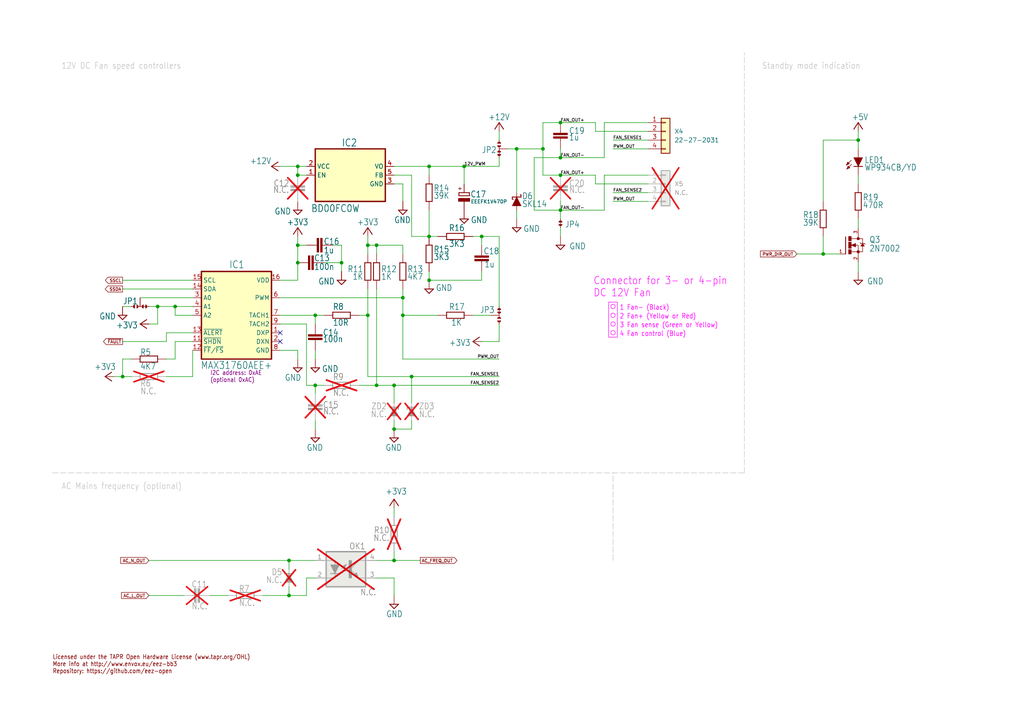
<source format=kicad_sch>
(kicad_sch (version 20230121) (generator eeschema)
  (paper "A4")
  (title_block (title "EEZ DIB AUX-PS") (date "2024-01-02") (rev "r3B7") (company "Envox d.o.o.") (comment 1 "https://www.envox.eu/eez-bb3"))
  (lib_symbols
    (symbol "Connector_Generic:Conn_01x04" (pin_names (offset 1.016) hide)
      (property "Reference" "J" (at 0 5.08 0))
      (property "Value" "Conn_01x04" (at 0 -7.62 0))
      (symbol "Conn_01x04_1_1"
        (pin passive line (at -5.08 2.54 0) (length 3.81) (name "Pin_1") (number "1"))
        (pin passive line (at -5.08 0 0) (length 3.81) (name "Pin_2") (number "2"))
        (pin passive line (at -5.08 -2.54 0) (length 3.81) (name "Pin_3") (number "3"))
        (pin passive line (at -5.08 -5.08 0) (length 3.81) (name "Pin_4") (number "4"))
      )
    )
    (symbol "PCM_EEZ_ICs:BD00FC0W"
      (property "Reference" "IC" (at -5.08 8.255 0))
      (property "Value" "BD00FC0WFP-E2" (at -5.08 -10.795 0))
      (symbol "BD00FC0W_1_0"
        (pin passive line (at -12.7 0 0) (length 2.54) (name "EN") (number "1"))
        (pin passive line (at -12.7 2.54 0) (length 2.54) (name "VCC") (number "2"))
        (pin passive line (at 12.7 -2.54 180) (length 2.54) (name "GND") (number "3"))
        (pin output line (at 12.7 2.54 180) (length 2.54) (name "VO") (number "4"))
        (pin passive line (at 12.7 0 180) (length 2.54) (name "FB") (number "5"))
      )
    )
    (symbol "PCM_EEZ_ICs:MAX31760AEE+"
      (property "Reference" "IC" (at -4.7244 14.1986 0))
      (property "Value" "MAX31760AEE+" (at -5.3594 -16.2814 0))
      (symbol "MAX31760AEE+_1_0"
        (pin input line (at 12.7 -5.08 180) (length 2.54) (name "DXP") (number "1"))
        (pin no_connect line (at 12.7 2.54 180) (length 2.54) hide (name "NC") (number "10"))
        (pin output line (at -12.7 -7.62 0) (length 2.54) (name "~{SHDN}") (number "11"))
        (pin bidirectional line (at -12.7 -10.16 0) (length 2.54) (name "~{FF}/~{FS}") (number "12"))
        (pin output line (at -12.7 -5.08 0) (length 2.54) (name "~{ALERT}") (number "13"))
        (pin bidirectional line (at -12.7 7.62 0) (length 2.54) (name "SDA") (number "14"))
        (pin input line (at -12.7 10.16 0) (length 2.54) (name "SCL") (number "15"))
        (pin power_in line (at 12.7 10.16 180) (length 2.54) (name "VDD") (number "16"))
        (pin input line (at 12.7 -7.62 180) (length 2.54) (name "DXN") (number "2"))
        (pin input line (at -12.7 5.08 0) (length 2.54) (name "A0") (number "3"))
        (pin input line (at -12.7 2.54 0) (length 2.54) (name "A1") (number "4"))
        (pin input line (at -12.7 0 0) (length 2.54) (name "A2") (number "5"))
        (pin output line (at 12.7 5.08 180) (length 2.54) (name "PWM") (number "6"))
        (pin input line (at 12.7 0 180) (length 2.54) (name "TACH1") (number "7"))
        (pin power_in line (at 12.7 -10.16 180) (length 2.54) (name "GND") (number "8"))
        (pin input line (at 12.7 -2.54 180) (length 2.54) (name "TACH2") (number "9"))
      )
    )
    (symbol "PCM_EEZ_discretes:DIODE"
      (property "Reference" "D" (at 2.54 0.4826 0))
      (symbol "DIODE_1_0"
        (pin passive line (at -2.54 0 0) (length 2.54) (name "A") (number "A"))
        (pin passive line (at 2.54 0 180) (length 2.54) (name "C") (number "C"))
      )
    )
    (symbol "PCM_EEZ_discretes:DIODE_LED"
      (property "Reference" "D" (at 1.905 0.635 0))
      (symbol "DIODE_LED_1_0"
        (pin passive line (at 0 5.08 270) (length 2.54) (name "A") (number "A"))
        (pin passive line (at 0 -2.54 90) (length 2.54) (name "C") (number "C"))
      )
    )
    (symbol "PCM_EEZ_discretes:DIODE_SCHOTTKY"
      (property "Reference" "D" (at -2.286 1.905 0))
      (symbol "DIODE_SCHOTTKY_1_0"
        (pin passive line (at -2.54 0 0) (length 2.54) (name "A") (number "A"))
        (pin passive line (at 2.54 0 180) (length 2.54) (name "C") (number "C"))
      )
    )
    (symbol "PCM_EEZ_discretes:DIODE_ZENER"
      (property "Reference" "ZD" (at -1.778 1.905 0))
      (symbol "DIODE_ZENER_1_0"
        (pin passive line (at -2.54 0 0) (length 2.54) (name "A") (number "A"))
        (pin passive line (at 2.54 0 180) (length 2.54) (name "C") (number "C"))
      )
    )
    (symbol "PCM_EEZ_discretes:NMOS"
      (property "Reference" "Q" (at 3.429 2.667 0))
      (symbol "NMOS_1_0"
        (pin passive line (at -2.54 -2.54 0) (length 0) (name "G") (number "1"))
        (pin passive line (at 2.54 -5.08 90) (length 2.54) (name "S") (number "2"))
        (pin passive line (at 2.54 5.08 270) (length 2.54) (name "D") (number "3"))
      )
    )
    (symbol "PCM_EEZ_discretes:TLP291"
      (property "Reference" "OK" (at -6.985 5.715 0))
      (symbol "TLP291_1_0"
        (pin passive line (at -10.16 2.54 0) (length 2.54) (name "A") (number "1"))
        (pin passive line (at -10.16 -2.54 0) (length 2.54) (name "C") (number "2"))
        (pin passive line (at 7.62 -2.54 180) (length 2.54) (name "EMIT") (number "3"))
        (pin passive line (at 7.62 2.54 180) (length 2.54) (name "COL") (number "4"))
      )
    )
    (symbol "PCM_EEZ_passives:C-EU"
      (property "Reference" "C" (at 1.27 0.635 0))
      (symbol "C-EU_1_0"
        (pin passive line (at 0 2.54 270) (length 2.54) (name "1") (number "1"))
        (pin passive line (at 0 -5.08 90) (length 2.54) (name "2") (number "2"))
      )
    )
    (symbol "PCM_EEZ_passives:ECAP"
      (property "Reference" "C" (at 1.143 0.4826 0))
      (symbol "ECAP_1_0"
        (text "+" (at -0.5842 0.4064 900) (effects (font (size 1.27 1.0795)) (justify left bottom)))
        (pin passive line (at 0 2.54 270) (length 2.54) (name "+") (number "+"))
        (pin passive line (at 0 -5.08 90) (length 2.54) (name "-") (number "-"))
      )
    )
    (symbol "PCM_EEZ_passives:R-EU"
      (property "Reference" "R" (at -1.905 1.905 0))
      (symbol "R-EU_1_0"
        (pin passive line (at -5.08 0 0) (length 2.54) (name "1") (number "1"))
        (pin passive line (at 5.08 0 180) (length 2.54) (name "2") (number "2"))
      )
    )
    (symbol "PCM_EEZ_symbols:+12V" (power)
      (property "Value" "+12V" (at -3.81 0.635 0))
      (symbol "+12V_1_0"
        (pin power_in line (at 0 -2.54 90) (length 2.54) (name "+12V") (number "1"))
      )
    )
    (symbol "PCM_EEZ_symbols:+3V3" (power)
      (property "Value" "+3V3" (at -2.54 -5.08 90))
      (symbol "+3V3_1_0"
        (pin power_in line (at 0 -2.54 90) (length 2.54) (name "+3V3") (number "1"))
      )
    )
    (symbol "PCM_EEZ_symbols:+5V" (power)
      (property "Value" "+5V" (at -2.54 -5.08 90))
      (symbol "+5V_1_0"
        (pin power_in line (at 0 -2.54 90) (length 2.54) (name "+5V") (number "1"))
      )
    )
    (symbol "PCM_EEZ_symbols:GND" (power)
      (property "Value" "GND" (at -1.905 -3.175 0))
      (symbol "GND_1_0"
        (pin power_in line (at 0 2.54 270) (length 2.54) (name "GND") (number "1"))
      )
    )
    (symbol "PCM_EEZ_unsorted:JP2 shorted" (in_bom no)
      (property "Reference" "JP" (at -3.175 1.27 0))
      (symbol "JP2 shorted_1_0"
        (pin passive line (at 0 0 270) (length 0) (name "1") (number "1"))
        (pin passive line (at 2.54 0 270) (length 0) (name "2") (number "2"))
      )
    )
    (symbol "PCM_EEZ_unsorted:JP3 shorted" (in_bom no)
      (property "Reference" "JP" (at -3.81 3.175 0))
      (symbol "JP3 shorted_1_0"
        (pin passive line (at 2.54 0 180) (length 2.54) (name "COM") (number "COM"))
        (pin passive line (at 0 -2.54 180) (length 0) (name "NC") (number "NC"))
        (pin passive line (at 0 2.54 180) (length 0) (name "NO") (number "NO"))
      )
    )
  )
  (junction (at 83.82 162.56))
  (junction (at 162.56 35.56))
  (junction (at 114.3 162.56))
  (junction (at 162.56 50.8))
  (junction (at 86.36 76.2))
  (junction (at 83.82 172.72))
  (junction (at 99.06 76.2))
  (junction (at 106.68 71.12))
  (junction (at 86.36 71.12))
  (junction (at 238.76 73.66))
  (junction (at 114.3 124.46))
  (junction (at 162.56 45.72))
  (junction (at 109.22 111.76))
  (junction (at 124.46 81.28))
  (junction (at 116.84 91.44))
  (junction (at 149.86 43.18))
  (junction (at 106.68 91.44))
  (junction (at 45.72 88.9))
  (junction (at 124.46 68.58))
  (junction (at 86.36 50.8))
  (junction (at 116.84 86.36))
  (junction (at 157.48 43.18))
  (junction (at 124.46 48.26))
  (junction (at 91.44 91.44))
  (junction (at 86.36 48.26))
  (junction (at 50.8 88.9))
  (junction (at 134.62 48.26))
  (junction (at 119.38 109.22))
  (junction (at 248.92 40.64))
  (junction (at 114.3 111.76))
  (junction (at 162.56 60.96))
  (junction (at 35.56 109.22))
  (junction (at 109.22 71.12))
  (junction (at 139.7 68.58))
  (junction (at 91.44 111.76))
  (no_connect (at 81.28 99.06))
  (no_connect (at 81.28 96.52))
  (wire (pts (xy 114.3 147.32) (xy 114.3 149.86)) (stroke (width 0.1524)))
  (wire (pts (xy 106.68 109.22) (xy 106.68 91.44)) (stroke (width 0.1524)))
  (wire (pts (xy 116.84 83.82) (xy 116.84 86.36)) (stroke (width 0.1524)))
  (wire (pts (xy 149.86 43.18) (xy 149.86 55.88)) (stroke (width 0.1524)))
  (wire (pts (xy 106.68 68.58) (xy 106.68 71.12)) (stroke (width 0.1524)))
  (wire (pts (xy 91.44 167.64) (xy 88.9 167.64)) (stroke (width 0.1524)))
  (wire (pts (xy 177.8 40.64) (xy 187.96 40.64)))
  (wire (pts (xy 116.84 53.34) (xy 116.84 58.42)) (stroke (width 0.1524)))
  (wire (pts (xy 157.48 43.18) (xy 149.86 43.18)) (stroke (width 0.1524)))
  (wire (pts (xy 144.78 99.06) (xy 139.7 99.06)) (stroke (width 0.1524)))
  (wire (pts (xy 162.56 35.56) (xy 157.48 35.56)) (stroke (width 0.1524)))
  (wire (pts (xy 114.3 111.76) (xy 109.22 111.76)) (stroke (width 0.1524)))
  (wire (pts (xy 119.38 109.22) (xy 106.68 109.22)) (stroke (width 0.1524)))
  (wire (pts (xy 172.72 35.56) (xy 172.72 38.1)) (stroke (width 0.1524)))
  (wire (pts (xy 175.26 60.96) (xy 175.26 50.8)) (stroke (width 0.1524)))
  (wire (pts (xy 119.38 124.46) (xy 119.38 121.92)) (stroke (width 0.1524)))
  (wire (pts (xy 91.44 111.76) (xy 91.44 114.3)) (stroke (width 0.1524)))
  (wire (pts (xy 86.36 76.2) (xy 86.36 81.28)) (stroke (width 0.1524)))
  (wire (pts (xy 81.28 81.28) (xy 86.36 81.28)) (stroke (width 0.1524)))
  (wire (pts (xy 38.1 104.14) (xy 35.56 104.14)) (stroke (width 0.1524)))
  (wire (pts (xy 114.3 50.8) (xy 119.38 50.8)) (stroke (width 0.1524)))
  (wire (pts (xy 114.3 162.56) (xy 114.3 160.02)) (stroke (width 0.1524)))
  (wire (pts (xy 149.86 43.18) (xy 147.32 43.18)) (stroke (width 0.1524)))
  (wire (pts (xy 172.72 53.34) (xy 187.96 53.34)))
  (wire (pts (xy 154.94 60.96) (xy 154.94 45.72)) (stroke (width 0.1524)))
  (wire (pts (xy 55.88 109.22) (xy 55.88 101.6)) (stroke (width 0.1524)))
  (wire (pts (xy 175.26 35.56) (xy 187.96 35.56)) (stroke (width 0.1524)))
  (wire (pts (xy 162.56 60.96) (xy 175.26 60.96)) (stroke (width 0.1524)))
  (wire (pts (xy 88.9 48.26) (xy 86.36 48.26)) (stroke (width 0.1524)))
  (wire (pts (xy 172.72 38.1) (xy 187.96 38.1)) (stroke (width 0.1524)))
  (wire (pts (xy 91.44 111.76) (xy 88.9 111.76)) (stroke (width 0.1524)))
  (wire (pts (xy 86.36 101.6) (xy 86.36 104.14)) (stroke (width 0.1524)))
  (wire (pts (xy 88.9 71.12) (xy 86.36 71.12)) (stroke (width 0.1524)))
  (wire (pts (xy 99.06 78.74) (xy 99.06 76.2)) (stroke (width 0.1524)))
  (wire (pts (xy 116.84 104.14) (xy 144.78 104.14)) (stroke (width 0.1524)))
  (wire (pts (xy 43.18 162.56) (xy 83.82 162.56)) (stroke (width 0.1524)))
  (wire (pts (xy 114.3 121.92) (xy 114.3 124.46)) (stroke (width 0.1524)))
  (wire (pts (xy 96.52 71.12) (xy 99.06 71.12)) (stroke (width 0.1524)))
  (wire (pts (xy 104.14 91.44) (xy 106.68 91.44)) (stroke (width 0.1524)))
  (wire (pts (xy 144.78 88.9) (xy 144.78 68.58)) (stroke (width 0.1524)))
  (wire (pts (xy 109.22 71.12) (xy 116.84 71.12)) (stroke (width 0.1524)))
  (wire (pts (xy 172.72 35.56) (xy 162.56 35.56)) (stroke (width 0.1524)))
  (wire (pts (xy 144.78 68.58) (xy 139.7 68.58)) (stroke (width 0.1524)))
  (wire (pts (xy 35.56 109.22) (xy 33.02 109.22)) (stroke (width 0.1524)))
  (wire (pts (xy 109.22 71.12) (xy 106.68 71.12)) (stroke (width 0.1524)))
  (wire (pts (xy 86.36 50.8) (xy 86.36 48.26)) (stroke (width 0.1524)))
  (wire (pts (xy 38.1 109.22) (xy 35.56 109.22)) (stroke (width 0.1524)))
  (wire (pts (xy 55.88 81.28) (xy 35.56 81.28)) (stroke (width 0.1524)))
  (wire (pts (xy 238.76 68.58) (xy 238.76 73.66)) (stroke (width 0.1524)))
  (wire (pts (xy 114.3 167.64) (xy 114.3 172.72)) (stroke (width 0.1524)))
  (wire (pts (xy 93.98 76.2) (xy 99.06 76.2)) (stroke (width 0.1524)))
  (wire (pts (xy 124.46 78.74) (xy 124.46 81.28)) (stroke (width 0.1524)))
  (polyline (pts (xy 15.24 137.16) (xy 215.9 137.16)) (stroke (width 0.1524) (type dash) (color 194 194 194 1)))
  (wire (pts (xy 109.22 111.76) (xy 104.14 111.76)) (stroke (width 0.1524)))
  (wire (pts (xy 55.88 86.36) (xy 40.64 86.36)) (stroke (width 0.1524)))
  (wire (pts (xy 43.18 172.72) (xy 53.34 172.72)) (stroke (width 0.1524)))
  (wire (pts (xy 162.56 45.72) (xy 154.94 45.72)) (stroke (width 0.1524)))
  (wire (pts (xy 162.56 50.8) (xy 157.48 50.8)) (stroke (width 0.1524)))
  (wire (pts (xy 50.8 88.9) (xy 45.72 88.9)) (stroke (width 0.1524)))
  (wire (pts (xy 116.84 104.14) (xy 116.84 91.44)) (stroke (width 0.1524)))
  (wire (pts (xy 45.72 93.98) (xy 43.18 93.98)) (stroke (width 0.1524)))
  (wire (pts (xy 177.8 58.42) (xy 187.96 58.42)))
  (wire (pts (xy 124.46 68.58) (xy 124.46 60.96)) (stroke (width 0.1524)))
  (wire (pts (xy 144.78 40.64) (xy 144.78 38.1)) (stroke (width 0.1524)))
  (wire (pts (xy 50.8 91.44) (xy 55.88 91.44)) (stroke (width 0.1524)))
  (wire (pts (xy 45.72 88.9) (xy 43.18 88.9)) (stroke (width 0.1524)))
  (wire (pts (xy 248.92 50.8) (xy 248.92 53.34)) (stroke (width 0.1524)))
  (wire (pts (xy 91.44 121.92) (xy 91.44 124.46)) (stroke (width 0.1524)))
  (wire (pts (xy 50.8 91.44) (xy 50.8 88.9)) (stroke (width 0.1524)))
  (wire (pts (xy 124.46 50.8) (xy 124.46 48.26)) (stroke (width 0.1524)))
  (wire (pts (xy 93.98 111.76) (xy 91.44 111.76)) (stroke (width 0.1524)))
  (wire (pts (xy 88.9 167.64) (xy 88.9 172.72)) (stroke (width 0.1524)))
  (wire (pts (xy 119.38 50.8) (xy 119.38 68.58)) (stroke (width 0.1524)))
  (wire (pts (xy 149.86 60.96) (xy 149.86 63.5)) (stroke (width 0.1524)))
  (polyline (pts (xy 177.8 162.56) (xy 177.8 137.16)) (stroke (width 0.1524) (type dash) (color 194 194 194 1)))
  (wire (pts (xy 139.7 71.12) (xy 139.7 68.58)) (stroke (width 0.1524)))
  (wire (pts (xy 114.3 53.34) (xy 116.84 53.34)) (stroke (width 0.1524)))
  (wire (pts (xy 35.56 104.14) (xy 35.56 109.22)) (stroke (width 0.1524)))
  (wire (pts (xy 162.56 58.42) (xy 162.56 60.96)) (stroke (width 0.1524)))
  (wire (pts (xy 55.88 96.52) (xy 48.26 96.52)) (stroke (width 0.1524)))
  (wire (pts (xy 248.92 38.1) (xy 248.92 40.64)) (stroke (width 0.1524)))
  (wire (pts (xy 124.46 48.26) (xy 134.62 48.26)) (stroke (width 0.1524)))
  (wire (pts (xy 116.84 71.12) (xy 116.84 73.66)) (stroke (width 0.1524)))
  (wire (pts (xy 177.8 55.88) (xy 187.96 55.88)))
  (wire (pts (xy 177.8 43.18) (xy 187.96 43.18)))
  (wire (pts (xy 81.28 86.36) (xy 116.84 86.36)) (stroke (width 0.1524)))
  (wire (pts (xy 50.8 99.06) (xy 50.8 104.14)) (stroke (width 0.1524)))
  (wire (pts (xy 81.28 91.44) (xy 91.44 91.44)) (stroke (width 0.1524)))
  (wire (pts (xy 119.38 116.84) (xy 119.38 109.22)) (stroke (width 0.1524)))
  (wire (pts (xy 106.68 73.66) (xy 106.68 71.12)) (stroke (width 0.1524)))
  (wire (pts (xy 109.22 83.82) (xy 109.22 111.76)) (stroke (width 0.1524)))
  (wire (pts (xy 175.26 45.72) (xy 175.26 35.56)) (stroke (width 0.1524)))
  (wire (pts (xy 50.8 104.14) (xy 48.26 104.14)) (stroke (width 0.1524)))
  (wire (pts (xy 114.3 116.84) (xy 114.3 111.76)) (stroke (width 0.1524)))
  (wire (pts (xy 109.22 162.56) (xy 114.3 162.56)) (stroke (width 0.1524)))
  (wire (pts (xy 91.44 93.98) (xy 91.44 91.44)) (stroke (width 0.1524)))
  (wire (pts (xy 248.92 66.04) (xy 248.92 63.5)) (stroke (width 0.1524)))
  (wire (pts (xy 88.9 50.8) (xy 86.36 50.8)) (stroke (width 0.1524)))
  (wire (pts (xy 38.1 88.9) (xy 35.56 88.9)) (stroke (width 0.1524)))
  (wire (pts (xy 91.44 162.56) (xy 83.82 162.56)) (stroke (width 0.1524)))
  (wire (pts (xy 48.26 109.22) (xy 55.88 109.22)) (stroke (width 0.1524)))
  (wire (pts (xy 124.46 81.28) (xy 139.7 81.28)) (stroke (width 0.1524)))
  (wire (pts (xy 55.88 88.9) (xy 50.8 88.9)) (stroke (width 0.1524)))
  (wire (pts (xy 162.56 63.5) (xy 162.56 60.96)) (stroke (width 0.1524)))
  (wire (pts (xy 60.96 172.72) (xy 66.04 172.72)) (stroke (width 0.1524)))
  (wire (pts (xy 81.28 93.98) (xy 88.9 93.98)) (stroke (width 0.1524)))
  (wire (pts (xy 88.9 93.98) (xy 88.9 111.76)) (stroke (width 0.1524)))
  (wire (pts (xy 48.26 96.52) (xy 48.26 99.06)) (stroke (width 0.1524)))
  (wire (pts (xy 86.36 71.12) (xy 86.36 76.2)) (stroke (width 0.1524)))
  (wire (pts (xy 93.98 91.44) (xy 91.44 91.44)) (stroke (width 0.1524)))
  (wire (pts (xy 114.3 162.56) (xy 121.92 162.56)) (stroke (width 0.1524)))
  (wire (pts (xy 238.76 40.64) (xy 238.76 58.42)) (stroke (width 0.1524)))
  (wire (pts (xy 88.9 172.72) (xy 83.82 172.72)) (stroke (width 0.1524)))
  (wire (pts (xy 162.56 45.72) (xy 175.26 45.72)) (stroke (width 0.1524)))
  (wire (pts (xy 175.26 50.8) (xy 187.96 50.8)) (stroke (width 0.1524)))
  (wire (pts (xy 83.82 165.1) (xy 83.82 162.56)) (stroke (width 0.1524)))
  (wire (pts (xy 157.48 43.18) (xy 157.48 35.56)) (stroke (width 0.1524)))
  (wire (pts (xy 144.78 48.26) (xy 144.78 45.72)) (stroke (width 0.1524)))
  (wire (pts (xy 116.84 91.44) (xy 116.84 86.36)) (stroke (width 0.1524)))
  (wire (pts (xy 248.92 40.64) (xy 238.76 40.64)) (stroke (width 0.1524)))
  (wire (pts (xy 172.72 50.8) (xy 162.56 50.8)) (stroke (width 0.1524)))
  (wire (pts (xy 109.22 73.66) (xy 109.22 71.12)) (stroke (width 0.1524)))
  (wire (pts (xy 137.16 91.44) (xy 142.24 91.44)) (stroke (width 0.1524)))
  (wire (pts (xy 139.7 81.28) (xy 139.7 78.74)) (stroke (width 0.1524)))
  (wire (pts (xy 114.3 48.26) (xy 124.46 48.26)) (stroke (width 0.1524)))
  (wire (pts (xy 106.68 91.44) (xy 106.68 83.82)) (stroke (width 0.1524)))
  (wire (pts (xy 86.36 68.58) (xy 86.36 71.12)) (stroke (width 0.1524)))
  (wire (pts (xy 172.72 50.8) (xy 172.72 53.34)))
  (wire (pts (xy 86.36 48.26) (xy 81.28 48.26)) (stroke (width 0.1524)))
  (wire (pts (xy 144.78 111.76) (xy 114.3 111.76)) (stroke (width 0.1524)))
  (wire (pts (xy 99.06 71.12) (xy 99.06 76.2)) (stroke (width 0.1524)))
  (wire (pts (xy 248.92 40.64) (xy 248.92 43.18)) (stroke (width 0.1524)))
  (wire (pts (xy 83.82 172.72) (xy 83.82 170.18)) (stroke (width 0.1524)))
  (wire (pts (xy 134.62 48.26) (xy 144.78 48.26)) (stroke (width 0.1524)))
  (wire (pts (xy 124.46 68.58) (xy 119.38 68.58)) (stroke (width 0.1524)))
  (wire (pts (xy 162.56 43.18) (xy 162.56 45.72)) (stroke (width 0.1524)))
  (wire (pts (xy 55.88 99.06) (xy 50.8 99.06)) (stroke (width 0.1524)))
  (wire (pts (xy 162.56 60.96) (xy 154.94 60.96)) (stroke (width 0.1524)))
  (wire (pts (xy 139.7 68.58) (xy 137.16 68.58)) (stroke (width 0.1524)))
  (wire (pts (xy 144.78 109.22) (xy 119.38 109.22)) (stroke (width 0.1524)))
  (wire (pts (xy 127 91.44) (xy 116.84 91.44)) (stroke (width 0.1524)))
  (wire (pts (xy 127 68.58) (xy 124.46 68.58)) (stroke (width 0.1524)))
  (wire (pts (xy 55.88 83.82) (xy 35.56 83.82)) (stroke (width 0.1524)))
  (wire (pts (xy 114.3 124.46) (xy 119.38 124.46)) (stroke (width 0.1524)))
  (polyline (pts (xy 215.9 137.16) (xy 215.9 15.24)) (stroke (width 0.1524) (type dash) (color 194 194 194 1)))
  (wire (pts (xy 86.36 101.6) (xy 81.28 101.6)) (stroke (width 0.1524)))
  (wire (pts (xy 157.48 50.8) (xy 157.48 43.18)) (stroke (width 0.1524)))
  (wire (pts (xy 134.62 53.34) (xy 134.62 48.26)) (stroke (width 0.1524)))
  (wire (pts (xy 238.76 73.66) (xy 243.84 73.66)) (stroke (width 0.1524)))
  (wire (pts (xy 45.72 88.9) (xy 45.72 93.98)) (stroke (width 0.1524)))
  (wire (pts (xy 35.56 99.06) (xy 48.26 99.06)) (stroke (width 0.1524)))
  (wire (pts (xy 76.2 172.72) (xy 83.82 172.72)) (stroke (width 0.1524)))
  (wire (pts (xy 248.92 76.2) (xy 248.92 78.74)) (stroke (width 0.1524)))
  (wire (pts (xy 231.14 73.66) (xy 238.76 73.66)) (stroke (width 0.1524)))
  (wire (pts (xy 162.56 66.04) (xy 162.56 68.58)) (stroke (width 0.1524)))
  (wire (pts (xy 109.22 167.64) (xy 114.3 167.64)) (stroke (width 0.1524)))
  (wire (pts (xy 91.44 104.14) (xy 91.44 101.6)) (stroke (width 0.1524)))
  (wire (pts (xy 144.78 93.98) (xy 144.78 99.06)) (stroke (width 0.1524)))
  (circle (center 177.8 96.52) (radius 0.635) (stroke (width 0.1524) (color 255 0 255 1)))
  (circle (center 177.8 93.98) (radius 0.635) (stroke (width 0.1524) (color 255 0 255 1)))
  (rectangle (start 176.53 87.63) (end 179.07 97.79) (stroke (width 0) (color 255 0 255 1)))
  (circle (center 177.8 88.9) (radius 0.635) (stroke (width 0.1524) (color 255 0 255 1)))
  (circle (center 177.8 91.44) (radius 0.635) (stroke (width 0.1524) (color 255 0 255 1)))
  (text "12V DC Fan speed controllers" (at 17.78 20.32 0) (effects (font (size 1.778 1.5113)) (justify left bottom)))
  (text "AC Mains frequency (optional)" (at 17.78 142.24 0) (effects (font (size 1.778 1.5113)) (justify left bottom)))
  (text "Standby mode indication" (at 220.98 20.32 0) (effects (font (size 1.778 1.5113)) (justify left bottom)))
  (text "1 Fan- (Black)" (at 179.705 90.17 0) (effects (font (size 1.4224 1.209)) (justify left bottom)))
  (text "4 Fan control (Blue)" (at 179.705 97.79 0) (effects (font (size 1.4224 1.209)) (justify left bottom)))
  (text "3 Fan sense (Green or Yellow)" (at 179.705 95.25 0) (effects (font (size 1.4224 1.209)) (justify left bottom)))
  (text "I2C address: 0xAE\n(optional 0xAC)" (at 60.96 111.125 0) (effects (font (size 1.27 1.0795)) (justify left bottom)))
  (text "Connector for 3- or 4-pin\nDC 12V Fan" (at 172.085 86.36 0) (effects (font (size 2.1844 1.8567)) (justify left bottom)))
  (text "Licensed under the TAPR Open Hardware License (www.tapr.org/OHL)\nMore info at http://www.envox.eu/eez-bb3\nRepository: https://github.com/eez-open" (at 15.24 195.58 0) (effects (font (size 1.27 1.0795)) (justify left bottom)))
  (text "2 Fan+ (Yellow or Red)" (at 179.705 92.71 0) (effects (font (size 1.4224 1.209)) (justify left bottom)))
  (label "FAN_OUT-" (at 162.56 45.72 0) (effects (font (size 0.889 0.889))))
  (label "FAN_SENSE2" (at 177.8 55.88 0) (effects (font (size 0.889 0.889))))
  (label "FAN_OUT+" (at 162.56 35.56 0) (effects (font (size 0.889 0.889))))
  (label "PWM_OUT" (at 177.8 43.18 0) (effects (font (size 0.889 0.889))))
  (label "FAN_OUT-" (at 162.56 60.96 0) (effects (font (size 0.889 0.889))))
  (label "FAN_SENSE1" (at 144.78 109.22 180) (effects (font (size 0.889 0.889))))
  (label "FAN_OUT+" (at 162.56 50.8 0) (effects (font (size 0.889 0.889))))
  (label "FAN_SENSE2" (at 144.78 111.76 180) (effects (font (size 0.889 0.889))))
  (label "12V_PWM" (at 134.62 48.26 0) (effects (font (size 0.889 0.889))))
  (label "PWM_OUT" (at 144.78 104.14 180) (effects (font (size 0.889 0.889))))
  (label "FAN_SENSE1" (at 177.8 40.64 0) (effects (font (size 0.889 0.889))))
  (label "PWM_OUT" (at 177.8 58.42 0) (effects (font (size 0.889 0.889))))
  (global_label "AC_N_OUT" (shape input) (at 43.18 162.56 180) (effects (font (size 0.889 0.889))) (property "Intersheetrefs" "${INTERSHEET_REFS}" (effects hide)))
  (global_label "PWR_DIR_OUT" (shape input) (at 231.14 73.66 180) (effects (font (size 0.889 0.889))) (property "Intersheetrefs" "${INTERSHEET_REFS}" (effects hide)))
  (global_label "SSCL" (shape output) (at 35.56 81.28 180) (effects (font (size 0.889 0.889))) (property "Intersheetrefs" "${INTERSHEET_REFS}" (effects hide)))
  (global_label "~{FAULT}" (shape output) (at 35.56 99.06 180) (effects (font (size 0.889 0.889))) (property "Intersheetrefs" "${INTERSHEET_REFS}" (effects hide)))
  (global_label "AC_FREQ_OUT" (shape output) (at 121.92 162.56 0) (effects (font (size 0.889 0.889))) (property "Intersheetrefs" "${INTERSHEET_REFS}" (effects hide)))
  (global_label "AC_L_OUT" (shape input) (at 43.18 172.72 180) (effects (font (size 0.889 0.889))) (property "Intersheetrefs" "${INTERSHEET_REFS}" (effects hide)))
  (global_label "SSDA" (shape output) (at 35.56 83.82 180) (effects (font (size 0.889 0.889))) (property "Intersheetrefs" "${INTERSHEET_REFS}" (effects hide)))
  (symbol (lib_id "PCM_EEZ_symbols:GND") (at 35.56 91.44 0) (unit 1)
    (property "Reference" "#SUPPLY07" (effects hide))
    (property "Value" "GND" (at 33.655 92.71 0) (effects (font (size 1.778 1.5113)) (justify right bottom)))
  )
  (symbol (lib_id "PCM_EEZ_passives:R-EU") (at 99.06 111.76 0) (mirror x) (unit 1) (in_bom no) (dnp yes)
    (property "Reference" "R9" (at 96.52 110.2614 0) (effects (font (size 1.778 1.5113)) (justify left top)))
    (property "Value" "N.C." (at 96.52 112.903 0) (effects (font (size 1.778 1.5113)) (justify left bottom)))
    (property "Footprint" "Resistor_SMD:R_0805_2012Metric" (effects hide))
  )
  (symbol (lib_id "PCM_EEZ_discretes:DIODE_SCHOTTKY") (at 149.86 58.42 270) (mirror x) (unit 1)
    (property "Reference" "D6" (at 151.384 55.88 90) (effects (font (size 1.778 1.5113)) (justify left bottom)))
    (property "Value" "SKL14" (at 151.384 58.166 90) (effects (font (size 1.778 1.5113)) (justify left bottom)))
    (property "Footprint" "PCM_EEZ_SMD:SOD123" (effects hide))
    (property "DigiKey" "1727-7335-1-ND" (effects hide))
    (property "Mouser" "841-PMEG4010EGWX" (effects hide))
    (property "TME" "SKL14-DIO" (effects hide))
  )
  (symbol (lib_id "PCM_EEZ_symbols:GND") (at 162.56 71.12 0) (unit 1)
    (property "Reference" "#SUPPLY021" (effects hide))
    (property "Value" "GND" (at 165.1 72.39 0) (effects (font (size 1.778 1.5113)) (justify left bottom)))
  )
  (symbol (lib_id "PCM_EEZ_symbols:GND") (at 149.86 66.04 0) (unit 1)
    (property "Reference" "#SUPPLY020" (effects hide))
    (property "Value" "GND" (at 151.765 67.31 0) (effects (font (size 1.778 1.5113)) (justify left bottom)))
  )
  (symbol (lib_id "PCM_EEZ_passives:R-EU") (at 99.06 91.44 0) (mirror x) (unit 1)
    (property "Reference" "R8" (at 96.52 89.9414 0) (effects (font (size 1.778 1.5113)) (justify left top)))
    (property "Value" "10R" (at 96.52 92.583 0) (effects (font (size 1.778 1.5113)) (justify left bottom)))
    (property "Footprint" "Resistor_SMD:R_0805_2012Metric" (effects hide))
    (property "DigiKey" "311-10.0CRTR-ND" (effects hide))
    (property "Mouser" "652-CR0805AFX10R0EAS" (effects hide))
    (property "TME" "SMD0805-10R-1%" (effects hide))
  )
  (symbol (lib_id "PCM_EEZ_symbols:GND") (at 91.44 127 0) (unit 1)
    (property "Reference" "#SUPPLY012" (effects hide))
    (property "Value" "GND" (at 88.9 130.81 0) (effects (font (size 1.778 1.5113)) (justify left bottom)))
  )
  (symbol (lib_id "PCM_EEZ_passives:C-EU") (at 91.44 76.2 270) (unit 1)
    (property "Reference" "C13" (at 91.059 75.819 90) (effects (font (size 1.778 1.5113)) (justify left bottom)))
    (property "Value" "100n" (at 91.059 78.359 90) (effects (font (size 1.778 1.5113)) (justify left bottom)))
    (property "Footprint" "Capacitor_SMD:C_0603_1608Metric" (effects hide))
    (property "DigiKey" "1276-1005-2-ND" (effects hide))
    (property "Mouser" "187-CL10B104KO8NNNC " (effects hide))
    (property "TME" "CL10B104KA8NNNC" (effects hide))
  )
  (symbol (lib_id "PCM_EEZ_unsorted:JP2 shorted") (at 162.56 66.04 90) (unit 1) (in_bom no)
    (property "Reference" "JP4" (at 163.83 66.04 90) (effects (font (size 1.778 1.5113)) (justify right top)))
    (property "Value" "JP2-NOCUT-0805" (effects hide))
    (property "Footprint" "PCM_EEZ_SMD:JP2 shorted" (effects hide))
  )
  (symbol (lib_id "PCM_EEZ_discretes:DIODE_LED") (at 248.92 48.26 0) (unit 1)
    (property "Reference" "LED1" (at 250.698 47.371 0) (effects (font (size 1.778 1.5113)) (justify left bottom)))
    (property "Value" "WP934CB/YD" (at 250.698 49.53 0) (effects (font (size 1.778 1.5113)) (justify left bottom)))
    (property "Footprint" "PCM_EEZ_THT:WP934CB_YD" (effects hide))
    (property "DigiKey" "754-1300-ND" (effects hide))
    (property "Mouser" "604-WP934CB/YD " (effects hide))
    (property "TME" "L-934CB/1YD" (effects hide))
  )
  (symbol (lib_id "PCM_EEZ_passives:C-EU") (at 93.98 71.12 270) (mirror x) (unit 1)
    (property "Reference" "C16" (at 93.853 69.0626 90) (effects (font (size 1.778 1.5113)) (justify left bottom)))
    (property "Value" "1u" (at 93.853 71.6026 90) (effects (font (size 1.778 1.5113)) (justify left bottom)))
    (property "Footprint" "Capacitor_SMD:C_0805_2012Metric" (effects hide))
    (property "DigiKey" "490-10494-2-ND" (effects hide))
    (property "Mouser" "81-GRM219R7YA105KA2J" (effects hide))
    (property "TME" "GRM219R7YA105KA12D" (effects hide))
  )
  (symbol (lib_id "PCM_EEZ_discretes:DIODE_ZENER") (at 119.38 119.38 270) (mirror x) (unit 1) (in_bom no) (dnp yes)
    (property "Reference" "ZD3" (at 121.412 116.84 90) (effects (font (size 1.778 1.5113)) (justify left bottom)))
    (property "Value" "N.C." (at 121.412 119.126 90) (effects (font (size 1.778 1.5113)) (justify left bottom)))
    (property "Footprint" "PCM_EEZ_SMD:SOD123" (effects hide))
  )
  (symbol (lib_id "PCM_EEZ_passives:R-EU") (at 116.84 78.74 270) (mirror x) (unit 1)
    (property "Reference" "R13" (at 118.11 77.0636 90) (effects (font (size 1.778 1.5113)) (justify left bottom)))
    (property "Value" "4K7" (at 118.11 79.248 90) (effects (font (size 1.778 1.5113)) (justify left bottom)))
    (property "Footprint" "Resistor_SMD:R_0805_2012Metric" (effects hide))
    (property "DigiKey" "311-4.70KCRCT-ND" (effects hide))
    (property "Mouser" "603-RC0805FR-074K7L" (effects hide))
    (property "TME" "0805S8F4701T5E" (effects hide))
  )
  (symbol (lib_id "PCM_EEZ_symbols:GND") (at 91.44 106.68 0) (unit 1)
    (property "Reference" "#SUPPLY011" (effects hide))
    (property "Value" "GND" (at 93.345 107.95 0) (effects (font (size 1.778 1.5113)) (justify left bottom)))
  )
  (symbol (lib_id "PCM_EEZ_discretes:DIODE") (at 83.82 167.64 90) (unit 1) (in_bom no) (dnp yes)
    (property "Reference" "D5" (at 81.915 164.9476 90) (effects (font (size 1.778 1.5113)) (justify left bottom)))
    (property "Value" "N.C." (at 81.915 167.2336 90) (effects (font (size 1.778 1.5113)) (justify left bottom)))
    (property "Footprint" "PCM_EEZ_SMD:SOD-323_1P8X1P35_ONS-M" (effects hide))
  )
  (symbol (lib_id "PCM_EEZ_passives:R-EU") (at 71.12 172.72 0) (mirror x) (unit 1) (in_bom no) (dnp yes)
    (property "Reference" "R7" (at 69.215 169.7736 0) (effects (font (size 1.778 1.5113)) (justify left bottom)))
    (property "Value" "N.C." (at 69.215 173.863 0) (effects (font (size 1.778 1.5113)) (justify left bottom)))
    (property "Footprint" "Resistor_SMD:R_0805_2012Metric" (effects hide))
  )
  (symbol (lib_id "Connector_Generic:Conn_01x04") (at 193.04 53.34 0) (unit 1) (in_bom no) (dnp yes)
    (property "Reference" "X5" (at 195.58 53.34 0) (effects (justify left)))
    (property "Value" "N.C." (at 195.58 55.88 0) (effects (justify left)))
    (property "Footprint" "PCM_EEZ_connectors:22-27-2041 (3-pin only)" (effects hide))
  )
  (symbol (lib_id "PCM_EEZ_symbols:+3V3") (at 40.64 93.98 90) (unit 1)
    (property "Reference" "#+3V03" (effects hide))
    (property "Value" "+3V3" (at 40.005 93.345 90) (effects (font (size 1.778 1.5113)) (justify left bottom)))
  )
  (symbol (lib_id "PCM_EEZ_symbols:GND") (at 86.36 60.96 0) (unit 1)
    (property "Reference" "#SUPPLY09" (effects hide))
    (property "Value" "GND" (at 84.455 60.325 0) (effects (font (size 1.778 1.5113)) (justify right top)))
  )
  (symbol (lib_id "PCM_EEZ_passives:C-EU") (at 91.44 116.84 0) (unit 1) (in_bom no) (dnp yes)
    (property "Reference" "C15" (at 93.599 118.364 0) (effects (font (size 1.778 1.5113)) (justify left bottom)))
    (property "Value" "N.C." (at 93.599 120.269 0) (effects (font (size 1.778 1.5113)) (justify left bottom)))
    (property "Footprint" "Capacitor_SMD:C_0603_1608Metric" (effects hide))
  )
  (symbol (lib_id "PCM_EEZ_symbols:GND") (at 116.84 60.96 0) (unit 1)
    (property "Reference" "#SUPPLY016" (effects hide))
    (property "Value" "GND" (at 114.3 64.77 0) (effects (font (size 1.778 1.5113)) (justify left bottom)))
  )
  (symbol (lib_id "PCM_EEZ_symbols:+3V3") (at 86.36 66.04 0) (unit 1)
    (property "Reference" "#+3V04" (effects hide))
    (property "Value" "+3V3" (at 83.185 65.405 0) (effects (font (size 1.778 1.5113)) (justify left bottom)))
  )
  (symbol (lib_id "PCM_EEZ_symbols:GND") (at 124.46 83.82 0) (unit 1)
    (property "Reference" "#SUPPLY017" (effects hide))
    (property "Value" "GND" (at 126.365 84.455 0) (effects (font (size 1.778 1.5113)) (justify left bottom)))
  )
  (symbol (lib_id "PCM_EEZ_passives:C-EU") (at 55.88 172.72 90) (unit 1) (in_bom no) (dnp yes)
    (property "Reference" "C11" (at 55.499 170.434 90) (effects (font (size 1.778 1.5113)) (justify right top)))
    (property "Value" "N.C." (at 55.499 176.784 90) (effects (font (size 1.778 1.5113)) (justify right top)))
    (property "Footprint" "PCM_EEZ_passives:C102-054X133" (effects hide))
  )
  (symbol (lib_id "PCM_EEZ_symbols:+12V") (at 144.78 35.56 0) (unit 1)
    (property "Reference" "#SUPPLY019" (effects hide))
    (property "Value" "+12V" (at 141.605 34.925 0) (effects (font (size 1.778 1.5113)) (justify left bottom)))
  )
  (symbol (lib_id "PCM_EEZ_unsorted:JP3 shorted") (at 40.64 88.9 90) (unit 1) (in_bom no)
    (property "Reference" "JP1" (at 40.005 86.36 90) (effects (font (size 1.778 1.5113)) (justify left bottom)))
    (property "Value" "JP3-CUT-0805-ROTATED" (effects hide))
    (property "Footprint" "PCM_EEZ_SMD:JP3 shorted" (effects hide))
  )
  (symbol (lib_id "PCM_EEZ_symbols:+3V3") (at 114.3 144.78 0) (unit 1)
    (property "Reference" "#+3V05" (effects hide))
    (property "Value" "+3V3" (at 111.76 143.51 0) (effects (font (size 1.778 1.5113)) (justify left bottom)))
  )
  (symbol (lib_id "Connector_Generic:Conn_01x04") (at 193.04 38.1 0) (unit 1)
    (property "Reference" "X4" (at 195.58 38.1 0) (effects (justify left)))
    (property "Value" "22-27-2031" (at 195.58 40.64 0) (effects (justify left)))
    (property "Footprint" "PCM_EEZ_connectors:22-27-2041 (3-pin only)" (effects hide))
    (property "DigiKey" "WM4112-ND" (effects hide))
    (property "Mouser" "538-22-27-2031" (effects hide))
    (property "TME" "MX-6410-03A" (effects hide))
  )
  (symbol (lib_id "PCM_EEZ_passives:R-EU") (at 132.08 91.44 0) (mirror y) (unit 1)
    (property "Reference" "R17" (at 130.175 89.9414 0) (effects (font (size 1.778 1.5113)) (justify right bottom)))
    (property "Value" "1K" (at 130.81 92.583 0) (effects (font (size 1.778 1.5113)) (justify right top)))
    (property "Footprint" "Resistor_SMD:R_0805_2012Metric" (effects hide))
    (property "DigiKey" "311-1.00KCRTR-ND" (effects hide))
    (property "Mouser" "603-RC0805FR-071KL" (effects hide))
    (property "TME" "RC0805FR-071K" (effects hide))
  )
  (symbol (lib_id "PCM_EEZ_passives:R-EU") (at 106.68 78.74 90) (unit 1)
    (property "Reference" "R11" (at 105.41 77.0636 90) (effects (font (size 1.778 1.5113)) (justify left bottom)))
    (property "Value" "1K" (at 105.41 79.248 90) (effects (font (size 1.778 1.5113)) (justify left bottom)))
    (property "Footprint" "Resistor_SMD:R_0805_2012Metric" (effects hide))
    (property "DigiKey" "311-1.00KCRTR-ND" (effects hide))
    (property "Mouser" "603-RC0805FR-071KL" (effects hide))
    (property "TME" "RC0805FR-071K" (effects hide))
  )
  (symbol (lib_id "PCM_EEZ_passives:R-EU") (at 109.22 78.74 270) (mirror x) (unit 1)
    (property "Reference" "R12" (at 110.49 77.0636 90) (effects (font (size 1.778 1.5113)) (justify left bottom)))
    (property "Value" "1K" (at 110.49 79.248 90) (effects (font (size 1.778 1.5113)) (justify left bottom)))
    (property "Footprint" "Resistor_SMD:R_0805_2012Metric" (effects hide))
    (property "DigiKey" "311-1.00KCRTR-ND" (effects hide))
    (property "Mouser" "603-RC0805FR-071KL" (effects hide))
    (property "TME" "RC0805FR-071K" (effects hide))
  )
  (symbol (lib_id "PCM_EEZ_symbols:+5V") (at 248.92 35.56 0) (unit 1)
    (property "Reference" "#P+03" (effects hide))
    (property "Value" "+5V" (at 247.015 34.925 0) (effects (font (size 1.778 1.5113)) (justify left bottom)))
  )
  (symbol (lib_id "PCM_EEZ_symbols:GND") (at 86.36 106.68 0) (unit 1)
    (property "Reference" "#SUPPLY010" (effects hide))
    (property "Value" "GND" (at 82.55 110.49 0) (effects (font (size 1.778 1.5113)) (justify left bottom)))
  )
  (symbol (lib_id "PCM_EEZ_passives:R-EU") (at 124.46 73.66 90) (mirror x) (unit 1)
    (property "Reference" "R15" (at 125.73 71.3486 90) (effects (font (size 1.778 1.5113)) (justify right top)))
    (property "Value" "3K3" (at 125.73 73.533 90) (effects (font (size 1.778 1.5113)) (justify right top)))
    (property "Footprint" "Resistor_SMD:R_0805_2012Metric" (effects hide))
    (property "DigiKey" "A129755CT-ND" (effects hide))
    (property "Mouser" "603-RC0805FR-073K3L" (effects hide))
    (property "TME" "805S8F3301T5E" (effects hide))
  )
  (symbol (lib_id "PCM_EEZ_symbols:+3V3") (at 106.68 66.04 0) (unit 1)
    (property "Reference" "#+3V06" (effects hide))
    (property "Value" "+3V3" (at 103.505 65.405 0) (effects (font (size 1.778 1.5113)) (justify left bottom)))
  )
  (symbol (lib_id "PCM_EEZ_discretes:NMOS") (at 246.38 71.12 0) (unit 1)
    (property "Reference" "Q3" (at 252.095 70.485 0) (effects (font (size 1.778 1.5113)) (justify left bottom)))
    (property "Value" "2N7002" (at 252.095 73.025 0) (effects (font (size 1.778 1.5113)) (justify left bottom)))
    (property "Footprint" "PCM_EEZ_SMD:SOT103P240X110-3N" (effects hide))
    (property "DigiKey" "T2N7002AKLMCT-ND" (effects hide))
    (property "Mouser" "757-T2N7002AKLM" (effects hide))
    (property "TME" "2N7002LT1G" (effects hide))
  )
  (symbol (lib_id "PCM_EEZ_passives:R-EU") (at 43.18 109.22 180) (unit 1) (in_bom no) (dnp yes)
    (property "Reference" "R6" (at 40.64 112.1664 0) (effects (font (size 1.778 1.5113)) (justify right top)))
    (property "Value" "N.C." (at 40.64 114.427 0) (effects (font (size 1.778 1.5113)) (justify right top)))
    (property "Footprint" "Resistor_SMD:R_0805_2012Metric" (effects hide))
  )
  (symbol (lib_id "PCM_EEZ_symbols:+12V") (at 78.74 48.26 90) (unit 1)
    (property "Reference" "#SUPPLY08" (effects hide))
    (property "Value" "+12V" (at 78.74 45.72 90) (effects (font (size 1.778 1.5113)) (justify left bottom)))
  )
  (symbol (lib_id "PCM_EEZ_symbols:+3V3") (at 137.16 99.06 90) (unit 1)
    (property "Reference" "#+3V07" (effects hide))
    (property "Value" "+3V3" (at 136.525 98.425 90) (effects (font (size 1.778 1.5113)) (justify left bottom)))
  )
  (symbol (lib_id "PCM_EEZ_ICs:BD00FC0W") (at 101.6 50.8 0) (unit 1)
    (property "Reference" "IC2" (at 99.06 42.545 0) (effects (font (size 2.0828 1.7703)) (justify left bottom)))
    (property "Value" "BD00FC0W" (at 90.17 61.595 0) (effects (font (size 2.0828 1.7703)) (justify left bottom)))
    (property "Footprint" "PCM_EEZ_SMD:TO-252-5" (effects hide))
    (property "DigiKey" "BD00FC0WFP-E2TR-ND" (effects hide))
    (property "Mouser" "755-BD00FC0WFP-E2" (effects hide))
    (property "TME" "-" (effects hide))
  )
  (symbol (lib_id "PCM_EEZ_symbols:GND") (at 134.62 63.5 0) (unit 1)
    (property "Reference" "#SUPPLY018" (effects hide))
    (property "Value" "GND" (at 136.525 64.77 0) (effects (font (size 1.778 1.5113)) (justify left bottom)))
  )
  (symbol (lib_id "PCM_EEZ_passives:ECAP") (at 134.62 55.88 0) (unit 1)
    (property "Reference" "C17" (at 136.398 57.3024 0) (effects (font (size 1.778 1.5113)) (justify left bottom)))
    (property "Value" "EEEFK1V470P" (at 136.525 59.055 0) (effects (font (size 1.016 1.016)) (justify left bottom)))
    (property "Footprint" "PCM_EEZ_passives:CAPAE660X610N" (effects hide))
    (property "DigiKey" "PCE3842CT-ND" (effects hide))
    (property "Mouser" "667-EEE-FK1V470P" (effects hide))
    (property "TME" "EEEFK1V470P" (effects hide))
  )
  (symbol (lib_id "PCM_EEZ_symbols:GND") (at 99.06 81.28 0) (unit 1)
    (property "Reference" "#SUPPLY013" (effects hide))
    (property "Value" "GND" (at 97.155 80.645 0) (effects (font (size 1.778 1.5113)) (justify right top)))
  )
  (symbol (lib_id "PCM_EEZ_passives:R-EU") (at 248.92 58.42 90) (mirror x) (unit 1)
    (property "Reference" "R19" (at 250.19 58.1914 90) (effects (font (size 1.778 1.5113)) (justify right bottom)))
    (property "Value" "470R" (at 250.19 60.452 90) (effects (font (size 1.778 1.5113)) (justify right bottom)))
    (property "Footprint" "Resistor_SMD:R_0805_2012Metric" (effects hide))
    (property "DigiKey" "311-470CRCT-ND" (effects hide))
    (property "Mouser" "71-CRCW0805470RFKEB" (effects hide))
    (property "TME" "RC0805FR-07470R" (effects hide))
  )
  (symbol (lib_id "PCM_EEZ_passives:R-EU") (at 43.18 104.14 0) (mirror y) (unit 1)
    (property "Reference" "R5" (at 40.64 101.1936 0) (effects (font (size 1.778 1.5113)) (justify right top)))
    (property "Value" "4K7" (at 40.64 105.283 0) (effects (font (size 1.778 1.5113)) (justify right top)))
    (property "Footprint" "Resistor_SMD:R_0805_2012Metric" (effects hide))
    (property "DigiKey" "311-4.70KCRCT-ND" (effects hide))
    (property "Mouser" "603-RC0805FR-074K7L" (effects hide))
    (property "TME" "0805S8F4701T5E" (effects hide))
  )
  (symbol (lib_id "PCM_EEZ_discretes:TLP291") (at 101.6 165.1 0) (unit 1) (in_bom no) (dnp yes)
    (property "Reference" "OK1" (at 106.045 159.385 0) (effects (font (size 1.778 1.5113)) (justify right bottom)))
    (property "Value" "N.C." (at 109.22 172.72 0) (effects (font (size 1.778 1.5113)) (justify right bottom)))
    (property "Footprint" "PCM_EEZ_SMD:SOIC127P700X210-4N" (effects hide))
    (property "DigiKey" "TLP291(GBSE-ND" (effects hide))
    (property "Mouser" "757-TLP291GBSE" (effects hide))
    (property "TME" "TLP291-GB.SE-T" (effects hide))
  )
  (symbol (lib_id "PCM_EEZ_unsorted:JP3 shorted") (at 144.78 91.44 180) (unit 1) (in_bom no)
    (property "Reference" "JP3" (at 143.51 88.9 0) (effects (font (size 1.778 1.5113)) (justify left bottom)))
    (property "Value" "JP3-CUT-0805-ROTATED" (effects hide))
    (property "Footprint" "PCM_EEZ_SMD:JP3 shorted" (effects hide))
  )
  (symbol (lib_id "PCM_EEZ_discretes:DIODE_ZENER") (at 114.3 119.38 90) (unit 1) (in_bom no) (dnp yes)
    (property "Reference" "ZD2" (at 112.268 116.84 90) (effects (font (size 1.778 1.5113)) (justify left bottom)))
    (property "Value" "N.C." (at 112.268 119.126 90) (effects (font (size 1.778 1.5113)) (justify left bottom)))
    (property "Footprint" "PCM_EEZ_SMD:SOD123" (effects hide))
  )
  (symbol (lib_id "PCM_EEZ_passives:R-EU") (at 132.08 68.58 0) (mirror x) (unit 1)
    (property "Reference" "R16" (at 130.175 67.0814 0) (effects (font (size 1.778 1.5113)) (justify left top)))
    (property "Value" "3K3" (at 130.175 69.723 0) (effects (font (size 1.778 1.5113)) (justify left bottom)))
    (property "Footprint" "Resistor_SMD:R_0805_2012Metric" (effects hide))
    (property "DigiKey" "A129755CT-ND" (effects hide))
    (property "Mouser" "603-RC0805FR-073K3L" (effects hide))
    (property "TME" "805S8F3301T5E" (effects hide))
  )
  (symbol (lib_id "PCM_EEZ_passives:C-EU") (at 91.44 96.52 0) (unit 1)
    (property "Reference" "C14" (at 93.599 97.409 0) (effects (font (size 1.778 1.5113)) (justify left bottom)))
    (property "Value" "100n" (at 93.599 99.314 0) (effects (font (size 1.778 1.5113)) (justify left bottom)))
    (property "Footprint" "Capacitor_SMD:C_0603_1608Metric" (effects hide))
    (property "DigiKey" "1276-1005-2-ND" (effects hide))
    (property "Mouser" "187-CL10B104KO8NNNC " (effects hide))
    (property "TME" "CL10B104KA8NNNC" (effects hide))
  )
  (symbol (lib_id "PCM_EEZ_passives:C-EU") (at 162.56 53.34 0) (unit 1) (in_bom no) (dnp yes)
    (property "Reference" "C20" (at 164.973 54.1274 0) (effects (font (size 1.778 1.5113)) (justify left bottom)))
    (property "Value" "N.C." (at 164.973 56.0324 0) (effects (font (size 1.778 1.5113)) (justify left bottom)))
    (property "Footprint" "Capacitor_SMD:C_0805_2012Metric" (effects hide))
  )
  (symbol (lib_id "PCM_EEZ_passives:R-EU") (at 124.46 55.88 90) (mirror x) (unit 1)
    (property "Reference" "R14" (at 125.73 53.5686 90) (effects (font (size 1.778 1.5113)) (justify right top)))
    (property "Value" "39K" (at 125.73 55.753 90) (effects (font (size 1.778 1.5113)) (justify right top)))
    (property "Footprint" "Resistor_SMD:R_0805_2012Metric" (effects hide))
    (property "DigiKey" "RMCF0805FT39K0CT-ND" (effects hide))
    (property "Mouser" "652-CR0805FX-3902ELF" (effects hide))
    (property "TME" "0805S8J0393T5E" (effects hide))
  )
  (symbol (lib_id "PCM_EEZ_symbols:GND") (at 114.3 127 0) (unit 1)
    (property "Reference" "#SUPPLY015" (effects hide))
    (property "Value" "GND" (at 111.76 130.81 0) (effects (font (size 1.778 1.5113)) (justify left bottom)))
  )
  (symbol (lib_id "PCM_EEZ_passives:C-EU") (at 162.56 38.1 0) (unit 1)
    (property "Reference" "C19" (at 164.973 38.8874 0) (effects (font (size 1.778 1.5113)) (justify left bottom)))
    (property "Value" "1u" (at 164.973 40.7924 0) (effects (font (size 1.778 1.5113)) (justify left bottom)))
    (property "Footprint" "Capacitor_SMD:C_0805_2012Metric" (effects hide))
    (property "DigiKey" "490-10494-2-ND" (effects hide))
    (property "Mouser" "81-GRM219R7YA105KA2J" (effects hide))
    (property "TME" "GRM219R7YA105KA12D" (effects hide))
  )
  (symbol (lib_id "PCM_EEZ_symbols:GND") (at 114.3 175.26 0) (mirror y) (unit 1)
    (property "Reference" "#SUPPLY014" (effects hide))
    (property "Value" "GND" (at 116.84 179.07 0) (effects (font (size 1.778 1.5113)) (justify left bottom)))
  )
  (symbol (lib_id "PCM_EEZ_symbols:GND") (at 248.92 81.28 0) (unit 1)
    (property "Reference" "#SUPPLY022" (effects hide))
    (property "Value" "GND" (at 251.46 82.55 0) (effects (font (size 1.778 1.5113)) (justify left bottom)))
  )
  (symbol (lib_id "PCM_EEZ_ICs:MAX31760AEE+") (at 68.58 91.44 0) (unit 1)
    (property "Reference" "IC1" (at 66.3956 77.8764 0) (effects (font (size 2.0828 1.7703)) (justify left bottom)))
    (property "Value" "MAX31760AEE+" (at 58.1406 107.0864 0) (effects (font (size 2.0828 1.7703)) (justify left bottom)))
    (property "Footprint" "PCM_EEZ_SMD:DBQ16" (effects hide))
    (property "DigiKey" "MAX31760AEE+-ND " (effects hide))
    (property "Mouser" "700-MAX31760AEE+" (effects hide))
    (property "TME" "-" (effects hide))
  )
  (symbol (lib_id "PCM_EEZ_unsorted:JP3 shorted") (at 144.78 43.18 0) (unit 1) (in_bom no)
    (property "Reference" "JP2" (at 139.7 44.45 0) (effects (font (size 1.778 1.5113)) (justify left bottom)))
    (property "Value" "JP3-CUT-0805-ROTATED" (effects hide))
    (property "Footprint" "PCM_EEZ_SMD:JP3 shorted" (effects hide))
  )
  (symbol (lib_id "PCM_EEZ_passives:R-EU") (at 114.3 154.94 90) (mirror x) (unit 1) (in_bom no) (dnp yes)
    (property "Reference" "R10" (at 113.03 154.7114 90) (effects (font (size 1.778 1.5113)) (justify left bottom)))
    (property "Value" "N.C." (at 113.03 156.972 90) (effects (font (size 1.778 1.5113)) (justify left bottom)))
    (property "Footprint" "Resistor_SMD:R_0805_2012Metric" (effects hide))
  )
  (symbol (lib_id "PCM_EEZ_symbols:+3V3") (at 30.48 109.22 90) (unit 1)
    (property "Reference" "#+3V02" (effects hide))
    (property "Value" "+3V3" (at 33.655 105.41 90) (effects (font (size 1.778 1.5113)) (justify left bottom)))
  )
  (symbol (lib_id "PCM_EEZ_passives:R-EU") (at 238.76 63.5 90) (mirror x) (unit 1)
    (property "Reference" "R18" (at 237.49 63.2714 90) (effects (font (size 1.778 1.5113)) (justify left bottom)))
    (property "Value" "39K" (at 237.49 65.532 90) (effects (font (size 1.778 1.5113)) (justify left bottom)))
    (property "Footprint" "Resistor_SMD:R_0805_2012Metric" (effects hide))
    (property "DigiKey" "RMCF0805FT39K0CT-ND" (effects hide))
    (property "Mouser" "652-CR0805FX-3902ELF" (effects hide))
    (property "TME" "0805S8J0393T5E" (effects hide))
  )
  (symbol (lib_id "PCM_EEZ_passives:C-EU") (at 86.36 53.34 0) (mirror y) (unit 1) (in_bom no) (dnp yes)
    (property "Reference" "C12" (at 83.947 54.1274 0) (effects (font (size 1.778 1.5113)) (justify left bottom)))
    (property "Value" "N.C." (at 83.947 56.0324 0) (effects (font (size 1.778 1.5113)) (justify left bottom)))
    (property "Footprint" "Capacitor_SMD:C_0805_2012Metric" (effects hide))
  )
  (symbol (lib_id "PCM_EEZ_passives:C-EU") (at 139.7 73.66 0) (unit 1)
    (property "Reference" "C18" (at 140.208 73.8124 0) (effects (font (size 1.778 1.5113)) (justify left bottom)))
    (property "Value" "1u" (at 140.462 77.6224 0) (effects (font (size 1.778 1.5113)) (justify left bottom)))
    (property "Footprint" "Capacitor_SMD:C_0805_2012Metric" (effects hide))
    (property "DigiKey" "490-10494-2-ND" (effects hide))
    (property "Mouser" "81-GRM219R7YA105KA2J" (effects hide))
    (property "TME" "GRM219R7YA105KA12D" (effects hide))
  )
)
</source>
